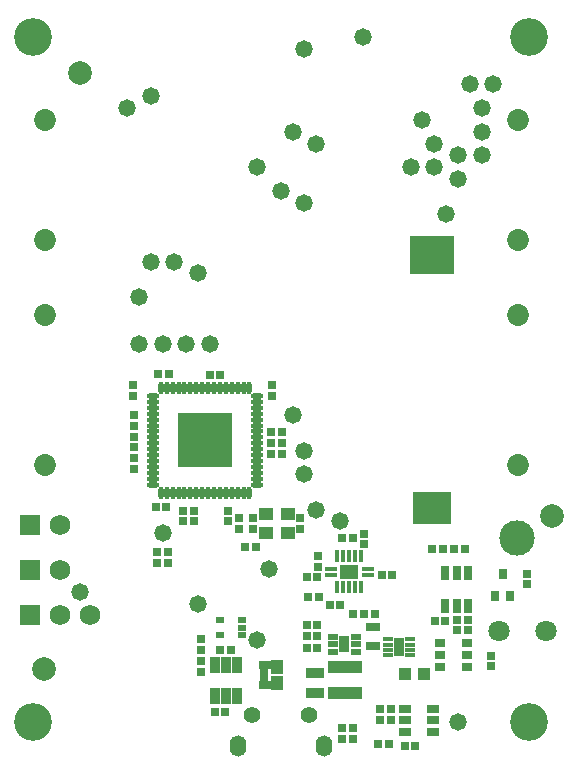
<source format=gbs>
G04 Layer_Color=16711935*
%FSLAX44Y44*%
%MOMM*%
G71*
G01*
G75*
%ADD126R,0.7532X0.7532*%
%ADD127R,0.7532X0.7532*%
%ADD135C,2.0000*%
%ADD141R,1.0032X1.0032*%
%ADD153R,1.1532X0.7532*%
%ADD162C,1.7272*%
%ADD163R,1.7272X1.7272*%
%ADD164C,1.8532*%
%ADD165C,1.4032*%
G04:AMPARAMS|DCode=166|XSize=1.4032mm|YSize=1.8032mm|CornerRadius=0.7016mm|HoleSize=0mm|Usage=FLASHONLY|Rotation=180.000|XOffset=0mm|YOffset=0mm|HoleType=Round|Shape=RoundedRectangle|*
%AMROUNDEDRECTD166*
21,1,1.4032,0.4000,0,0,180.0*
21,1,0.0000,1.8032,0,0,180.0*
1,1,1.4032,0.0000,0.2000*
1,1,1.4032,0.0000,0.2000*
1,1,1.4032,0.0000,-0.2000*
1,1,1.4032,0.0000,-0.2000*
%
%ADD166ROUNDEDRECTD166*%
%ADD167C,3.2032*%
%ADD168C,3.0032*%
%ADD169C,1.8032*%
%ADD170C,1.4732*%
%ADD171R,0.9532X0.5032*%
%ADD172R,0.8832X1.4332*%
%ADD173R,0.8232X1.4232*%
%ADD174R,0.7432X1.0032*%
%ADD175R,0.5032X0.8032*%
%ADD176R,0.5032X1.2032*%
%ADD177R,0.6032X1.2032*%
%ADD178R,3.8032X3.2032*%
%ADD179R,3.2032X2.8032*%
%ADD180R,0.9032X0.4532*%
%ADD181R,0.8432X1.5732*%
%ADD182R,2.9032X1.0032*%
%ADD183R,0.8032X1.2532*%
%ADD184R,0.7032X0.6032*%
%ADD185O,0.4532X1.0532*%
%ADD186O,1.0532X0.4532*%
%ADD187R,4.5532X4.5532*%
%ADD188R,1.2032X1.1032*%
%ADD189R,1.5032X0.9032*%
%ADD190R,0.9022X0.7112*%
%ADD191R,1.6032X1.2032*%
%ADD192R,0.4432X1.1032*%
%ADD193R,1.1032X0.4432*%
%ADD194R,1.0032X0.7532*%
%ADD195R,0.7632X0.8532*%
D126*
X272000Y162750D02*
D03*
X281000D02*
D03*
X198750Y101500D02*
D03*
X207750D02*
D03*
X199000Y333750D02*
D03*
X190000D02*
D03*
X145500Y175000D02*
D03*
X154500D02*
D03*
X380250Y125750D02*
D03*
X389250D02*
D03*
X273000Y146250D02*
D03*
X282000D02*
D03*
X242000Y267500D02*
D03*
X251000D02*
D03*
X242000Y285750D02*
D03*
X251000D02*
D03*
X251000Y276500D02*
D03*
X242000D02*
D03*
X146500Y335000D02*
D03*
X155500D02*
D03*
X144000Y222500D02*
D03*
X153000D02*
D03*
X272000Y103250D02*
D03*
X281000D02*
D03*
X272000Y112750D02*
D03*
X281000D02*
D03*
Y122250D02*
D03*
X272000D02*
D03*
X194250Y48750D02*
D03*
X203250D02*
D03*
X396750Y187000D02*
D03*
X405750D02*
D03*
X378500Y187000D02*
D03*
X387500D02*
D03*
X228750Y188500D02*
D03*
X219750D02*
D03*
X329501Y131500D02*
D03*
X320500Y131500D02*
D03*
X311500D02*
D03*
X145500Y184250D02*
D03*
X154500D02*
D03*
X344500Y165000D02*
D03*
X335500D02*
D03*
X291500Y139250D02*
D03*
X300500D02*
D03*
X311250Y196000D02*
D03*
X302250D02*
D03*
X334000Y41500D02*
D03*
X343000D02*
D03*
X334000Y51000D02*
D03*
X343000D02*
D03*
X311000Y35250D02*
D03*
X302000D02*
D03*
Y26250D02*
D03*
X311000D02*
D03*
X364000Y20250D02*
D03*
X355000D02*
D03*
X341750Y21250D02*
D03*
X332750D02*
D03*
D127*
X126000Y263750D02*
D03*
Y254750D02*
D03*
X214750Y203750D02*
D03*
Y212750D02*
D03*
X167250Y210250D02*
D03*
Y219250D02*
D03*
X281500Y171500D02*
D03*
Y180500D02*
D03*
X205500Y219000D02*
D03*
Y210000D02*
D03*
X226500Y212750D02*
D03*
Y203750D02*
D03*
X266500Y203750D02*
D03*
Y212750D02*
D03*
X427750Y96250D02*
D03*
Y87250D02*
D03*
X182250Y101250D02*
D03*
Y110250D02*
D03*
X182250Y82750D02*
D03*
Y91750D02*
D03*
X399000Y118000D02*
D03*
Y127000D02*
D03*
X408500Y118000D02*
D03*
Y127000D02*
D03*
X242250Y316250D02*
D03*
Y325250D02*
D03*
X177000Y210250D02*
D03*
Y219250D02*
D03*
X126000Y272750D02*
D03*
Y281750D02*
D03*
X126000Y290750D02*
D03*
Y299750D02*
D03*
X125250Y325250D02*
D03*
Y316250D02*
D03*
X320750Y199750D02*
D03*
Y190750D02*
D03*
X458250Y156750D02*
D03*
Y165750D02*
D03*
D135*
X480000Y215000D02*
D03*
X50000Y85000D02*
D03*
X80000Y590000D02*
D03*
D141*
X371000Y80500D02*
D03*
X355000D02*
D03*
D153*
X328250Y120750D02*
D03*
Y104750D02*
D03*
D162*
X63208Y168944D02*
D03*
X88608Y130844D02*
D03*
X63208D02*
D03*
Y207044D02*
D03*
D163*
X37808Y168944D02*
D03*
X37808Y130844D02*
D03*
Y207044D02*
D03*
D164*
X50570Y448090D02*
D03*
Y549690D02*
D03*
X450570Y448090D02*
D03*
Y549690D02*
D03*
X50500Y257640D02*
D03*
Y384640D02*
D03*
X450500Y257640D02*
D03*
Y384640D02*
D03*
D165*
X274250Y46500D02*
D03*
X225750D02*
D03*
D166*
X213750Y20000D02*
D03*
X286250D02*
D03*
D167*
X40000Y40000D02*
D03*
X460000D02*
D03*
X40000Y620000D02*
D03*
X460000D02*
D03*
D168*
X450000Y196250D02*
D03*
D169*
X435000Y117000D02*
D03*
X475000D02*
D03*
D170*
X320000Y620000D02*
D03*
X430000Y580000D02*
D03*
X130000Y360000D02*
D03*
X150000D02*
D03*
X170000D02*
D03*
X190000D02*
D03*
X410000Y580000D02*
D03*
X420000Y560000D02*
D03*
Y540000D02*
D03*
Y520000D02*
D03*
X380000Y530000D02*
D03*
Y510000D02*
D03*
X400000Y520000D02*
D03*
Y500000D02*
D03*
X180000Y140000D02*
D03*
X140000Y570000D02*
D03*
X120000Y560000D02*
D03*
X300000Y210000D02*
D03*
X270000Y250000D02*
D03*
X260000Y300000D02*
D03*
X240000Y170000D02*
D03*
X80000Y150000D02*
D03*
X150000Y200000D02*
D03*
X230000Y110000D02*
D03*
X260000Y540000D02*
D03*
X250000Y490000D02*
D03*
X270000Y610000D02*
D03*
X270000Y270000D02*
D03*
X270000Y480000D02*
D03*
X370000Y550000D02*
D03*
X390000Y470000D02*
D03*
X360000Y510000D02*
D03*
X280000Y530000D02*
D03*
X130000Y400000D02*
D03*
X140000Y430000D02*
D03*
X160000Y430000D02*
D03*
X180000Y420000D02*
D03*
X230000Y510000D02*
D03*
X400000Y40000D02*
D03*
X280000Y220000D02*
D03*
D171*
X313400Y112500D02*
D03*
Y106000D02*
D03*
Y99500D02*
D03*
X294600Y112500D02*
D03*
Y106000D02*
D03*
Y99500D02*
D03*
D172*
X304000Y106000D02*
D03*
D173*
X213250Y62150D02*
D03*
Y88350D02*
D03*
X194250D02*
D03*
Y62150D02*
D03*
X203750Y88350D02*
D03*
Y62150D02*
D03*
D174*
X235450Y80000D02*
D03*
D175*
X234250Y71500D02*
D03*
X239250D02*
D03*
X234250Y88500D02*
D03*
X239250D02*
D03*
D176*
X244250Y73500D02*
D03*
X249250Y86500D02*
D03*
X244250D02*
D03*
D177*
X249750Y73500D02*
D03*
D178*
X378000Y435251D02*
D03*
D179*
Y221251D02*
D03*
D180*
X341250Y110250D02*
D03*
Y105750D02*
D03*
Y101250D02*
D03*
Y96750D02*
D03*
X359750D02*
D03*
Y101250D02*
D03*
Y110250D02*
D03*
Y105750D02*
D03*
D181*
X350500Y103500D02*
D03*
D182*
X304250Y86750D02*
D03*
Y64750D02*
D03*
D183*
X389500Y138250D02*
D03*
X399000D02*
D03*
X408500D02*
D03*
Y166750D02*
D03*
X399000D02*
D03*
X389500D02*
D03*
D184*
X217500Y120000D02*
D03*
Y113500D02*
D03*
Y126500D02*
D03*
X198500D02*
D03*
Y113500D02*
D03*
D185*
X223500Y234500D02*
D03*
X218500D02*
D03*
X213500D02*
D03*
X208500D02*
D03*
X203500D02*
D03*
X198500D02*
D03*
X193500D02*
D03*
X188500D02*
D03*
X183500D02*
D03*
X178500D02*
D03*
X173500D02*
D03*
X168500D02*
D03*
X163500D02*
D03*
X158500D02*
D03*
X153500D02*
D03*
X148500D02*
D03*
Y323000D02*
D03*
X153500D02*
D03*
X158500D02*
D03*
X163500D02*
D03*
X168500D02*
D03*
X173500D02*
D03*
X178500D02*
D03*
X183500D02*
D03*
X188500D02*
D03*
X193500D02*
D03*
X198500D02*
D03*
X203500D02*
D03*
X208500D02*
D03*
X213500D02*
D03*
X218500D02*
D03*
X223500D02*
D03*
D186*
X141750Y241250D02*
D03*
Y246250D02*
D03*
Y251250D02*
D03*
Y256250D02*
D03*
Y261250D02*
D03*
Y266250D02*
D03*
Y271250D02*
D03*
Y276250D02*
D03*
Y281250D02*
D03*
Y286250D02*
D03*
Y291250D02*
D03*
Y296250D02*
D03*
Y301250D02*
D03*
Y306250D02*
D03*
Y311250D02*
D03*
Y316250D02*
D03*
X230250D02*
D03*
Y311250D02*
D03*
Y306250D02*
D03*
Y301250D02*
D03*
Y296250D02*
D03*
Y291250D02*
D03*
Y286250D02*
D03*
Y281250D02*
D03*
Y276250D02*
D03*
Y271250D02*
D03*
Y266250D02*
D03*
Y261250D02*
D03*
Y256250D02*
D03*
Y251250D02*
D03*
Y246250D02*
D03*
Y241250D02*
D03*
D187*
X186000Y278750D02*
D03*
D188*
X255750Y216000D02*
D03*
X237250D02*
D03*
X255750Y200500D02*
D03*
X237250D02*
D03*
D189*
X278750Y64750D02*
D03*
Y81750D02*
D03*
D190*
X384870Y86650D02*
D03*
X408130D02*
D03*
Y106850D02*
D03*
X384870D02*
D03*
Y96750D02*
D03*
X408130D02*
D03*
D191*
X308000Y167500D02*
D03*
D192*
Y154500D02*
D03*
Y180500D02*
D03*
X303000D02*
D03*
X298000D02*
D03*
X313000D02*
D03*
X318000D02*
D03*
Y154500D02*
D03*
X313000D02*
D03*
X303000D02*
D03*
X298000D02*
D03*
D193*
X292500Y165000D02*
D03*
Y170000D02*
D03*
X323500Y165000D02*
D03*
Y170000D02*
D03*
D194*
X379000Y41500D02*
D03*
Y51000D02*
D03*
Y32000D02*
D03*
X355000D02*
D03*
Y41500D02*
D03*
Y51000D02*
D03*
D195*
X431800Y146750D02*
D03*
X444200D02*
D03*
X438000Y165750D02*
D03*
M02*

</source>
